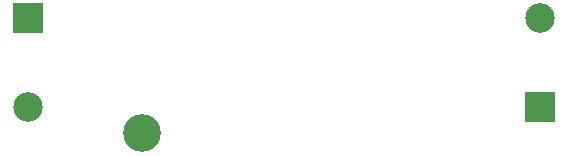
<source format=gbr>
%TF.GenerationSoftware,KiCad,Pcbnew,8.0.2*%
%TF.CreationDate,2024-08-23T12:07:27+02:00*%
%TF.ProjectId,CurrentLimiter2,43757272-656e-4744-9c69-6d6974657232,rev?*%
%TF.SameCoordinates,Original*%
%TF.FileFunction,Soldermask,Bot*%
%TF.FilePolarity,Negative*%
%FSLAX46Y46*%
G04 Gerber Fmt 4.6, Leading zero omitted, Abs format (unit mm)*
G04 Created by KiCad (PCBNEW 8.0.2) date 2024-08-23 12:07:27*
%MOMM*%
%LPD*%
G01*
G04 APERTURE LIST*
%ADD10C,3.200000*%
%ADD11R,2.500000X2.500000*%
%ADD12C,2.500000*%
G04 APERTURE END LIST*
D10*
%TO.C,H1*%
X115500000Y-106000000D03*
%TD*%
D11*
%TO.C,J2*%
X149155000Y-103750000D03*
D12*
X149155000Y-96250000D03*
%TD*%
D11*
%TO.C,J1*%
X105845000Y-96250000D03*
D12*
X105845000Y-103750000D03*
%TD*%
M02*

</source>
